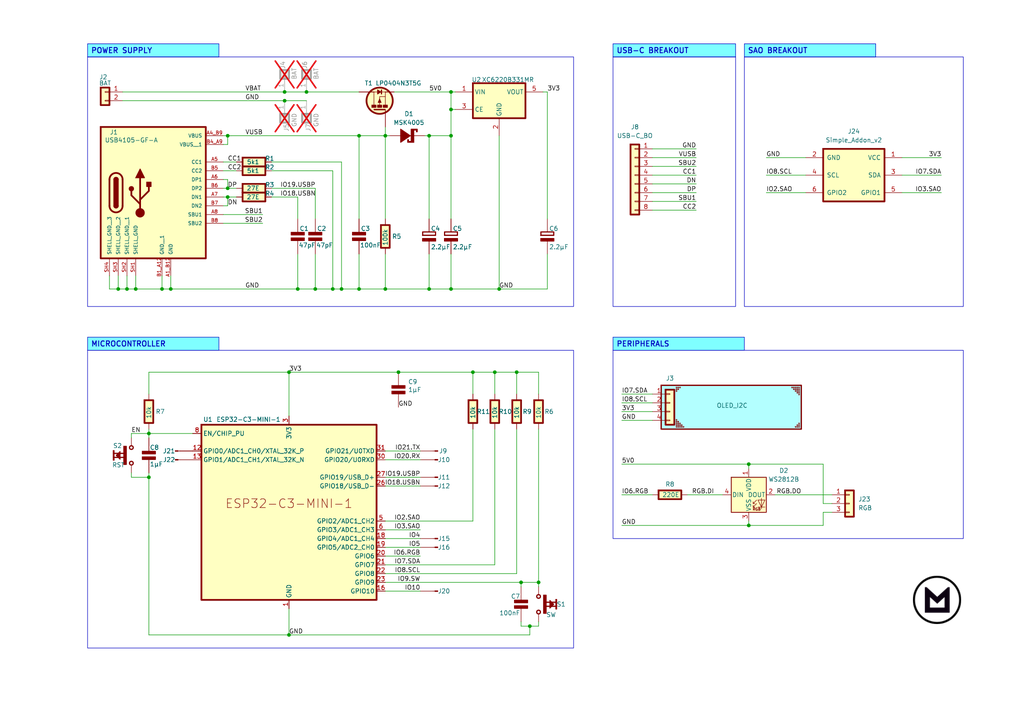
<source format=kicad_sch>
(kicad_sch (version 20250114) (generator "eeschema") (generator_version "9.0")
  (paper "A4")
  (title_block (title "mbadge25") (date "2025-05-17") (rev "v2") (company "MakerVille") (comment 2 "URL : badge.makerville.io") (comment 3 "minimalistic badge for MakerVille 2025"))
  (lib_symbols
    (symbol "Library_SYM_mbadge25:C" (pin_numbers (hide yes)) (pin_names (offset 0) (hide yes))
      (property "Reference" "C" (at 0.635 3.175 0))
      (property "Value" "C" (at 0.635 -3.175 0))
      (symbol "C_1_1"
        (pin passive line (at 0 5.08 270) (length 3.8862) (name "+") (number "1"))
        (pin passive line (at 0 -5.08 90) (length 3.8862) (name "-") (number "2"))
      )
      (symbol "C_1_2"
        (pin passive line (at 0 5.08 270) (length 3.5814) (name "+") (number "1"))
        (pin passive line (at 0 -5.08 90) (length 3.5814) (name "-") (number "2"))
      )
    )
    (symbol "Library_SYM_mbadge25:C-polar" (pin_numbers (hide yes)) (pin_names (offset 0) (hide yes))
      (property "Reference" "C" (at 0.635 3.175 0))
      (property "Value" "C-polar" (at 0.635 -3.175 0))
      (property "Rating" "V" (at -0.635 -3.175 0))
      (symbol "C-polar_1_1"
        (pin passive line (at 0 5.08 270) (length 3.7338) (name "+") (number "1"))
        (pin passive line (at 0 -5.08 90) (length 3.7338) (name "-") (number "2"))
      )
      (symbol "C-polar_1_2"
        (pin passive line (at 0 5.08 270) (length 3.5814) (name "+") (number "1"))
        (pin passive line (at 0 -5.08 90) (length 3.8862) (name "-") (number "2"))
      )
    )
    (symbol "Library_SYM_mbadge25:Conn_01x01" (pin_names (offset 1.016) (hide yes))
      (property "Reference" "J" (at 0 2.54 0))
      (property "Value" "Conn_01x01" (at 0 -2.54 0))
      (symbol "Conn_01x01_1_1"
        (pin passive line (at -5.08 0 0) (length 3.81) (name "Pin_1") (number "1"))
      )
    )
    (symbol "Library_SYM_mbadge25:Conn_01x01_Pin" (pin_numbers (hide yes)) (pin_names (offset 1.016) (hide yes))
      (property "Reference" "J13" (at -1.778 0 0))
      (symbol "Conn_01x01_Pin_1_1"
        (pin passive line (at 5.08 0 180) (length 3.81) (name "Pin_1") (number "1"))
      )
    )
    (symbol "Library_SYM_mbadge25:Conn_01x02" (pin_names (offset 1.016) (hide yes))
      (property "Reference" "J" (at 0 2.54 0))
      (property "Value" "Conn_01x02" (at 0 -5.08 0))
      (symbol "Conn_01x02_1_1"
        (pin passive line (at -5.08 0 0) (length 3.81) (name "Pin_1") (number "1"))
        (pin passive line (at -5.08 -2.54 0) (length 3.81) (name "Pin_2") (number "2"))
      )
    )
    (symbol "Library_SYM_mbadge25:Conn_01x03" (pin_names (offset 1.016) (hide yes))
      (property "Reference" "J" (at 0 5.08 0))
      (property "Value" "Conn_01x03" (at 0 -5.08 0))
      (symbol "Conn_01x03_1_1"
        (pin passive line (at -5.08 2.54 0) (length 3.81) (name "Pin_1") (number "1"))
        (pin passive line (at -5.08 0 0) (length 3.81) (name "Pin_2") (number "2"))
        (pin passive line (at -5.08 -2.54 0) (length 3.81) (name "Pin_3") (number "3"))
      )
    )
    (symbol "Library_SYM_mbadge25:Conn_01x08" (pin_names (offset 1.016) (hide yes))
      (property "Reference" "J" (at 0 10.16 0))
      (property "Value" "Conn_01x08" (at 0 -12.7 0))
      (symbol "Conn_01x08_1_1"
        (pin passive line (at -5.08 7.62 0) (length 3.81) (name "Pin_1") (number "1"))
        (pin passive line (at -5.08 5.08 0) (length 3.81) (name "Pin_2") (number "2"))
        (pin passive line (at -5.08 2.54 0) (length 3.81) (name "Pin_3") (number "3"))
        (pin passive line (at -5.08 0 0) (length 3.81) (name "Pin_4") (number "4"))
        (pin passive line (at -5.08 -2.54 0) (length 3.81) (name "Pin_5") (number "5"))
        (pin passive line (at -5.08 -5.08 0) (length 3.81) (name "Pin_6") (number "6"))
        (pin passive line (at -5.08 -7.62 0) (length 3.81) (name "Pin_7") (number "7"))
        (pin passive line (at -5.08 -10.16 0) (length 3.81) (name "Pin_8") (number "8"))
      )
    )
    (symbol "Library_SYM_mbadge25:Conn_I2C_OLED" (pin_names (offset 1.016) (hide yes))
      (property "Reference" "J3" (at 0 7.112 0))
      (property "Value" "OLED_I2C" (at 18.034 -0.762 0))
      (symbol "Conn_I2C_OLED_1_1"
        (pin passive line (at -5.08 2.54 0) (length 3.81) (name "Pin_1") (number "1"))
        (pin passive line (at -5.08 0 0) (length 3.81) (name "Pin_2") (number "2"))
        (pin passive line (at -5.08 -2.54 0) (length 3.81) (name "Pin_3") (number "3"))
        (pin passive line (at -5.08 -5.08 0) (length 3.81) (name "Pin_4") (number "4"))
      )
    )
    (symbol "Library_SYM_mbadge25:D-Schottky" (pin_numbers (hide yes)) (pin_names (offset 0) (hide yes))
      (property "Reference" "D" (at 0.635 3.175 0))
      (property "Value" "D" (at 0.635 -4.445 0))
      (symbol "D-Schottky_1_0"
        (pin passive line (at 0 5.08 270) (length 3.175) (name "A+") (number "2"))
        (pin passive line (at 0 -5.08 90) (length 3.175) (name "K-") (number "1"))
      )
    )
    (symbol "Library_SYM_mbadge25:ESP32-C3-MINI-1"
      (property "Reference" "U" (at -25.4 30.48 0))
      (property "Value" "ESP32-C3-MINI-1" (at -25.4 27.94 0))
      (symbol "ESP32-C3-MINI-1_0_0"
        (text "ESP32-C3-MINI-1" (at 0 2.54 0) (effects (font (size 2.54 2.54))))
      )
      (symbol "ESP32-C3-MINI-1_1_1"
        (pin input line (at -27.94 22.86 0) (length 2.54) (name "EN/CHIP_PU") (number "8"))
        (pin bidirectional line (at -27.94 17.78 0) (length 2.54) (name "GPIO0/ADC1_CH0/XTAL_32K_P") (number "12"))
        (pin bidirectional line (at -27.94 15.24 0) (length 2.54) (name "GPIO1/ADC1_CH1/XTAL_32K_N") (number "13"))
        (pin no_connect line (at -25.4 10.16 0) (length 2.54) (hide yes) (name "NC") (number "4"))
        (pin no_connect line (at -25.4 7.62 0) (length 2.54) (hide yes) (name "NC") (number "7"))
        (pin no_connect line (at -25.4 5.08 0) (length 2.54) (hide yes) (name "NC") (number "9"))
        (pin no_connect line (at -25.4 2.54 0) (length 2.54) (hide yes) (name "NC") (number "10"))
        (pin no_connect line (at -25.4 0 0) (length 2.54) (hide yes) (name "NC") (number "15"))
        (pin no_connect line (at -25.4 -2.54 0) (length 2.54) (hide yes) (name "NC") (number "17"))
        (pin no_connect line (at -25.4 -5.08 0) (length 2.54) (hide yes) (name "NC") (number "24"))
        (pin no_connect line (at -25.4 -7.62 0) (length 2.54) (hide yes) (name "NC") (number "25"))
        (pin no_connect line (at -25.4 -10.16 0) (length 2.54) (hide yes) (name "NC") (number "28"))
        (pin no_connect line (at -25.4 -12.7 0) (length 2.54) (hide yes) (name "NC") (number "29"))
        (pin no_connect line (at -25.4 -15.24 0) (length 2.54) (hide yes) (name "NC") (number "32"))
        (pin no_connect line (at -25.4 -17.78 0) (length 2.54) (hide yes) (name "NC") (number "33"))
        (pin no_connect line (at -25.4 -20.32 0) (length 2.54) (hide yes) (name "NC") (number "34"))
        (pin no_connect line (at -25.4 -22.86 0) (length 2.54) (hide yes) (name "NC") (number "35"))
        (pin power_in line (at 0 27.94 270) (length 2.54) (name "3V3") (number "3"))
        (pin power_in line (at 0 -27.94 90) (length 2.54) (name "GND") (number "1"))
        (pin passive line (at 0 -27.94 90) (length 2.54) (hide yes) (name "GND") (number "11"))
        (pin passive line (at 0 -27.94 90) (length 2.54) (hide yes) (name "GND") (number "14"))
        (pin passive line (at 0 -27.94 90) (length 2.54) (hide yes) (name "GND") (number "2"))
        (pin passive line (at 0 -27.94 90) (length 2.54) (hide yes) (name "GND") (number "36"))
        (pin passive line (at 0 -27.94 90) (length 2.54) (hide yes) (name "GND") (number "37"))
        (pin passive line (at 0 -27.94 90) (length 2.54) (hide yes) (name "GND") (number "38"))
        (pin passive line (at 0 -27.94 90) (length 2.54) (hide yes) (name "GND") (number "39"))
        (pin passive line (at 0 -27.94 90) (length 2.54) (hide yes) (name "GND") (number "40"))
        (pin passive line (at 0 -27.94 90) (length 2.54) (hide yes) (name "GND") (number "41"))
        (pin passive line (at 0 -27.94 90) (length 2.54) (hide yes) (name "GND") (number "42"))
        (pin passive line (at 0 -27.94 90) (length 2.54) (hide yes) (name "GND") (number "43"))
        (pin passive line (at 0 -27.94 90) (length 2.54) (hide yes) (name "GND") (number "44"))
        (pin passive line (at 0 -27.94 90) (length 2.54) (hide yes) (name "GND") (number "45"))
        (pin passive line (at 0 -27.94 90) (length 2.54) (hide yes) (name "GND") (number "46"))
        (pin passive line (at 0 -27.94 90) (length 2.54) (hide yes) (name "GND") (number "47"))
        (pin passive line (at 0 -27.94 90) (length 2.54) (hide yes) (name "GND") (number "48"))
        (pin passive line (at 0 -27.94 90) (length 2.54) (hide yes) (name "GND") (number "49"))
        (pin passive line (at 0 -27.94 90) (length 2.54) (hide yes) (name "GND") (number "50"))
        (pin passive line (at 0 -27.94 90) (length 2.54) (hide yes) (name "GND") (number "51"))
        (pin passive line (at 0 -27.94 90) (length 2.54) (hide yes) (name "GND") (number "52"))
        (pin passive line (at 0 -27.94 90) (length 2.54) (hide yes) (name "GND") (number "53"))
        (pin bidirectional line (at 27.94 17.78 180) (length 2.54) (name "GPIO21/U0TXD") (number "31"))
        (pin bidirectional line (at 27.94 15.24 180) (length 2.54) (name "GPIO20/U0RXD") (number "30"))
        (pin bidirectional line (at 27.94 10.16 180) (length 2.54) (name "GPIO19/USB_D+") (number "27"))
        (pin bidirectional line (at 27.94 7.62 180) (length 2.54) (name "GPIO18/USB_D-") (number "26"))
        (pin bidirectional line (at 27.94 -2.54 180) (length 2.54) (name "GPIO2/ADC1_CH2") (number "5"))
        (pin bidirectional line (at 27.94 -5.08 180) (length 2.54) (name "GPIO3/ADC1_CH3") (number "6"))
        (pin bidirectional line (at 27.94 -7.62 180) (length 2.54) (name "GPIO4/ADC1_CH4") (number "18"))
        (pin bidirectional line (at 27.94 -10.16 180) (length 2.54) (name "GPIO5/ADC2_CH0") (number "19"))
        (pin bidirectional line (at 27.94 -12.7 180) (length 2.54) (name "GPIO6") (number "20"))
        (pin bidirectional line (at 27.94 -15.24 180) (length 2.54) (name "GPIO7") (number "21"))
        (pin bidirectional line (at 27.94 -17.78 180) (length 2.54) (name "GPIO8") (number "22"))
        (pin bidirectional line (at 27.94 -20.32 180) (length 2.54) (name "GPIO9") (number "23"))
        (pin bidirectional line (at 27.94 -22.86 180) (length 2.54) (name "GPIO10") (number "16"))
      )
    )
    (symbol "Library_SYM_mbadge25:R" (pin_numbers (hide yes)) (pin_names (offset 0) (hide yes))
      (property "Reference" "R" (at 2.54 3.175 0))
      (property "Value" "R" (at 0 0 90))
      (symbol "R_1_1"
        (pin passive line (at 0 5.08 270) (length 1.651) (name "+") (number "1"))
        (pin passive line (at 0 -5.08 90) (length 1.651) (name "-") (number "2"))
      )
      (symbol "R_1_2"
        (pin passive line (at 0 5.08 270) (length 1.651) (name "+") (number "1"))
        (pin passive line (at 0 -5.08 90) (length 1.651) (name "-") (number "2"))
      )
      (symbol "R_1_3"
        (pin passive line (at 0 5.08 270) (length 1.6002) (name "+") (number "1"))
        (pin passive line (at 0 -5.08 90) (length 1.6002) (name "-") (number "2"))
      )
      (symbol "R_1_4"
        (pin passive line (at 0 5.08 270) (length 0.5334) (name "+") (number "1"))
        (pin passive line (at 0 -5.08 90) (length 0.5334) (name "-") (number "2"))
      )
    )
    (symbol "Library_SYM_mbadge25:S-make-push" (pin_numbers (hide yes)) (pin_names (offset 0) (hide yes))
      (property "Reference" "S" (at 1.27 3.175 0))
      (property "Value" "S-make-push" (at 1.27 -3.175 0))
      (symbol "S-make-push_1_1"
        (pin passive line (at 0 5.08 270) (length 2.2352) (name "1") (number "1"))
        (pin passive line (at 0 -5.08 90) (length 2.2352) (name "2") (number "2"))
      )
      (symbol "S-make-push_1_2"
        (pin passive line (at 0 5.08 270) (length 2.4638) (name "4") (number "4"))
        (pin passive line (at 0 -5.08 90) (length 2.4638) (name "3") (number "3"))
      )
      (symbol "S-make-push_1_3"
        (pin passive line (at 0 5.08 270) (length 2.2352) (name "4") (number "4"))
        (pin passive line (at 0 -5.08 90) (length 2.2352) (name "3") (number "3"))
      )
      (symbol "S-make-push_1_4"
        (pin passive line (at 0 5.08 270) (length 2.4638) (name "4") (number "4"))
        (pin passive line (at 0 -5.08 90) (length 2.4638) (name "3") (number "3"))
      )
    )
    (symbol "Library_SYM_mbadge25:Simple_Addon_v2" (pin_names (offset 1.016))
      (property "Reference" "J24" (at -12.7 0 90))
      (property "Value" "Simple_Addon_v2" (at -10.16 0 90))
      (symbol "Simple_Addon_v2_1_1"
        (pin input line (at -5.08 13.97 270) (length 5.08) (name "VCC") (number "1"))
        (pin input line (at -5.08 -13.97 90) (length 5.08) (name "GND") (number "2"))
        (pin input line (at 0 13.97 270) (length 5.08) (name "SDA") (number "3"))
        (pin input line (at 0 -13.97 90) (length 5.08) (name "SCL") (number "4"))
        (pin input line (at 5.08 13.97 270) (length 5.08) (name "GPIO1") (number "5"))
        (pin input line (at 5.08 -13.97 90) (length 5.08) (name "GPIO2") (number "6"))
      )
    )
    (symbol "Library_SYM_mbadge25:T-IGFET-P-D" (pin_numbers (hide yes)) (pin_names (offset 0) (hide yes))
      (property "Reference" "T" (at 6.35 3.81 0))
      (property "Value" "T-IGFET-P-D" (at 6.35 -3.81 0))
      (symbol "T-IGFET-P-D_1_0"
        (pin passive line (at -5.08 2.54 0) (length 4.9276) (name "G") (number "2"))
        (pin passive line (at 5.08 5.08 270) (length 2.54) (name "S") (number "3"))
        (pin passive line (at 5.08 -5.08 90) (length 4.318) (name "D") (number "1"))
      )
    )
    (symbol "Library_SYM_mbadge25:USB4105-GF-A" (pin_names (offset 1.016))
      (property "Reference" "J" (at -15.24 13.97 0))
      (property "Value" "USB4105-GF-A" (at 0 13.97 0))
      (symbol "USB4105-GF-A_0_0"
        (pin power_in line (at -12.7 -30.48 90) (length 5.08) (name "SHELL_GND__3") (number "SH4"))
        (pin power_in line (at -10.16 -30.48 90) (length 5.08) (name "SHELL_GND__2") (number "SH3"))
        (pin power_in line (at -7.62 -30.48 90) (length 5.08) (name "SHELL_GND__1") (number "SH2"))
        (pin power_in line (at -5.08 -30.48 90) (length 5.08) (name "SHELL_GND") (number "SH1"))
        (pin power_in line (at 2.54 -30.48 90) (length 5.08) (name "GND__1") (number "B1_A12"))
        (pin power_in line (at 5.08 -30.48 90) (length 5.08) (name "GND") (number "A1_B12"))
        (pin power_in line (at 20.32 10.16 180) (length 5.08) (name "VBUS") (number "A4_B9"))
        (pin power_in line (at 20.32 7.62 180) (length 5.08) (name "VBUS__1") (number "B4_A9"))
        (pin bidirectional line (at 20.32 2.54 180) (length 5.08) (name "CC1") (number "A5"))
        (pin bidirectional line (at 20.32 0 180) (length 5.08) (name "CC2") (number "B5"))
        (pin bidirectional line (at 20.32 -2.54 180) (length 5.08) (name "DP1") (number "A6"))
        (pin bidirectional line (at 20.32 -5.08 180) (length 5.08) (name "DP2") (number "B6"))
        (pin bidirectional line (at 20.32 -7.62 180) (length 5.08) (name "DN1") (number "A7"))
        (pin bidirectional line (at 20.32 -10.16 180) (length 5.08) (name "DN2") (number "B7"))
        (pin bidirectional line (at 20.32 -12.7 180) (length 5.08) (name "SBU1") (number "A8"))
        (pin bidirectional line (at 20.32 -15.24 180) (length 5.08) (name "SBU2") (number "B8"))
      )
    )
    (symbol "Library_SYM_mbadge25:WS2812B" (pin_names (offset 0.254))
      (property "Reference" "D" (at 5.08 5.715 0))
      (property "Value" "WS2812B" (at 1.27 -5.715 0))
      (symbol "WS2812B_0_0"
        (text "RGB" (at 2.286 -4.191 0) (effects (font (size 0.762 0.762))))
      )
      (symbol "WS2812B_1_1"
        (pin input line (at -7.62 0 0) (length 2.54) (name "DIN") (number "4"))
        (pin power_in line (at 0 7.62 270) (length 2.54) (name "VDD") (number "1"))
        (pin power_in line (at 0 -7.62 90) (length 2.54) (name "VSS") (number "3"))
        (pin output line (at 7.62 0 180) (length 2.54) (name "DOUT") (number "2"))
      )
    )
    (symbol "Library_SYM_mbadge25:XC6220B331MR"
      (property "Reference" "U" (at 0 8.89 0))
      (property "Value" "XC6220B331MR" (at 0 6.35 0))
      (symbol "XC6220B331MR_1_1"
        (pin power_in line (at -12.7 2.54 0) (length 5.08) (name "VIN") (number "1"))
        (pin input line (at -12.7 -2.54 0) (length 5.08) (name "CE") (number "3"))
        (pin power_in line (at 0 -10.16 90) (length 5.08) (name "GND") (number "2"))
        (pin no_connect line (at 7.62 -2.54 180) (length 5.08) (hide yes) (name "NC") (number "4"))
        (pin power_out line (at 12.7 2.54 180) (length 5.08) (name "VOUT") (number "5"))
      )
    )
  )
  (rectangle (start 177.8 101.6) (end 279.4 156.21))
  (rectangle (start 215.9 16.51) (end 279.4 88.9))
  (rectangle (start 25.4 101.6) (end 166.37 187.96))
  (rectangle (start 25.4 16.51) (end 166.37 88.9))
  (rectangle (start 177.8 16.51) (end 213.36 88.9))
  (text_box "MICROCONTROLLER" (at 25.4 97.79 0) (size 38.1 3.81) (margins 0.9525 0.9525 0.9525 0.9525) (fill (type color) (color 0 255 255 0.5)) (effects (font (size 1.524 1.524) (thickness 0.254) (bold yes)) (justify left)))
  (text_box "POWER SUPPLY" (at 25.4 12.7 0) (size 38.1 3.81) (margins 0.9525 0.9525 0.9525 0.9525) (fill (type color) (color 0 255 255 0.5)) (effects (font (size 1.524 1.524) (thickness 0.254) (bold yes)) (justify left)))
  (text_box "USB-C BREAKOUT" (at 177.8 12.7 0) (size 35.56 3.81) (margins 0.9525 0.9525 0.9525 0.9525) (fill (type color) (color 0 255 255 0.5)) (effects (font (size 1.524 1.524) (thickness 0.254) (bold yes)) (justify left)))
  (text_box "SAO BREAKOUT" (at 215.9 12.7 0) (size 38.1 3.81) (margins 0.9525 0.9525 0.9525 0.9525) (fill (type color) (color 0 255 255 0.5)) (effects (font (size 1.524 1.524) (thickness 0.254) (bold yes)) (justify left)))
  (text_box "PERIPHERALS" (at 177.8 97.79 0) (size 38.1 3.81) (margins 0.9525 0.9525 0.9525 0.9525) (fill (type color) (color 0 255 255 0.5)) (effects (font (size 1.524 1.524) (thickness 0.254) (bold yes)) (justify left)))
  (junction (at 86.36 83.82))
  (junction (at 34.29 83.82))
  (junction (at 82.55 29.21))
  (junction (at 149.86 107.95))
  (junction (at 144.78 83.82))
  (junction (at 66.04 57.15))
  (junction (at 130.81 39.37))
  (junction (at 46.99 83.82))
  (junction (at 130.81 26.67))
  (junction (at 104.14 39.37))
  (junction (at 96.52 83.82))
  (junction (at 99.06 83.82))
  (junction (at 82.55 26.67))
  (junction (at 88.9 26.67))
  (junction (at 49.53 83.82))
  (junction (at 115.57 107.95))
  (junction (at 124.46 83.82))
  (junction (at 43.18 125.73))
  (junction (at 39.37 83.82))
  (junction (at 104.14 83.82))
  (junction (at 124.46 39.37))
  (junction (at 83.82 107.95))
  (junction (at 153.67 181.61))
  (junction (at 151.13 168.91))
  (junction (at 111.76 39.37))
  (junction (at 66.04 54.61))
  (junction (at 111.76 83.82))
  (junction (at 130.81 83.82))
  (junction (at 156.21 168.91))
  (junction (at 43.18 138.43))
  (junction (at 130.81 31.75))
  (junction (at 36.83 83.82))
  (junction (at 143.51 107.95))
  (junction (at 217.17 134.62))
  (junction (at 66.04 39.37))
  (junction (at 217.17 152.4))
  (junction (at 91.44 83.82))
  (junction (at 137.16 107.95))
  (junction (at 83.82 184.15))
  (wire (pts (xy 180.34 116.84) (xy 189.23 116.84)))
  (wire (pts (xy 153.67 184.15) (xy 153.67 181.61)))
  (wire (pts (xy 124.46 73.66) (xy 124.46 83.82)))
  (wire (pts (xy 222.25 55.88) (xy 233.68 55.88)))
  (wire (pts (xy 180.34 152.4) (xy 217.17 152.4)))
  (wire (pts (xy 104.14 83.82) (xy 111.76 83.82)))
  (wire (pts (xy 124.46 39.37) (xy 124.46 63.5)))
  (wire (pts (xy 64.77 54.61) (xy 66.04 54.61)))
  (wire (pts (xy 158.75 73.66) (xy 158.75 83.82)))
  (wire (pts (xy 34.29 80.01) (xy 34.29 83.82)))
  (wire (pts (xy 156.21 168.91) (xy 151.13 168.91)))
  (wire (pts (xy 82.55 29.21) (xy 88.9 29.21)))
  (wire (pts (xy 180.34 114.3) (xy 189.23 114.3)))
  (wire (pts (xy 64.77 64.77) (xy 76.2 64.77)))
  (wire (pts (xy 124.46 83.82) (xy 130.81 83.82)))
  (wire (pts (xy 144.78 39.37) (xy 144.78 83.82)))
  (wire (pts (xy 261.62 50.8) (xy 273.05 50.8)))
  (wire (pts (xy 43.18 124.46) (xy 43.18 125.73)))
  (wire (pts (xy 199.39 143.51) (xy 209.55 143.51)))
  (wire (pts (xy 111.76 130.81) (xy 121.92 130.81)))
  (wire (pts (xy 114.3 26.67) (xy 130.81 26.67)))
  (wire (pts (xy 88.9 26.67) (xy 104.14 26.67)))
  (wire (pts (xy 46.99 83.82) (xy 49.53 83.82)))
  (wire (pts (xy 43.18 138.43) (xy 43.18 184.15)))
  (wire (pts (xy 217.17 152.4) (xy 238.76 152.4)))
  (wire (pts (xy 144.78 83.82) (xy 158.75 83.82)))
  (wire (pts (xy 35.56 26.67) (xy 82.55 26.67)))
  (wire (pts (xy 64.77 62.23) (xy 76.2 62.23)))
  (wire (pts (xy 111.76 140.97) (xy 121.92 140.97)))
  (wire (pts (xy 38.1 125.73) (xy 43.18 125.73)))
  (wire (pts (xy 36.83 80.01) (xy 36.83 83.82)))
  (wire (pts (xy 189.23 43.18) (xy 201.93 43.18)))
  (wire (pts (xy 156.21 170.18) (xy 156.21 168.91)))
  (wire (pts (xy 156.21 181.61) (xy 153.67 181.61)))
  (wire (pts (xy 241.3 146.05) (xy 238.76 146.05)))
  (wire (pts (xy 180.34 121.92) (xy 189.23 121.92)))
  (wire (pts (xy 43.18 125.73) (xy 55.88 125.73)))
  (wire (pts (xy 111.76 138.43) (xy 121.92 138.43)))
  (wire (pts (xy 143.51 107.95) (xy 149.86 107.95)))
  (wire (pts (xy 111.76 171.45) (xy 121.92 171.45)))
  (wire (pts (xy 189.23 53.34) (xy 201.93 53.34)))
  (wire (pts (xy 189.23 50.8) (xy 201.93 50.8)))
  (wire (pts (xy 46.99 80.01) (xy 46.99 83.82)))
  (wire (pts (xy 39.37 83.82) (xy 46.99 83.82)))
  (wire (pts (xy 35.56 29.21) (xy 82.55 29.21)))
  (wire (pts (xy 99.06 83.82) (xy 104.14 83.82)))
  (wire (pts (xy 111.76 151.13) (xy 137.16 151.13)))
  (wire (pts (xy 38.1 137.16) (xy 38.1 138.43)))
  (wire (pts (xy 83.82 176.53) (xy 83.82 184.15)))
  (wire (pts (xy 86.36 73.66) (xy 86.36 83.82)))
  (wire (pts (xy 149.86 107.95) (xy 149.86 114.3)))
  (wire (pts (xy 78.74 54.61) (xy 91.44 54.61)))
  (wire (pts (xy 111.76 133.35) (xy 121.92 133.35)))
  (wire (pts (xy 158.75 26.67) (xy 157.48 26.67)))
  (wire (pts (xy 64.77 52.07) (xy 66.04 52.07)))
  (wire (pts (xy 238.76 146.05) (xy 238.76 134.62)))
  (wire (pts (xy 38.1 138.43) (xy 43.18 138.43)))
  (wire (pts (xy 123.19 39.37) (xy 124.46 39.37)))
  (wire (pts (xy 137.16 107.95) (xy 143.51 107.95)))
  (wire (pts (xy 238.76 134.62) (xy 217.17 134.62)))
  (wire (pts (xy 111.76 161.29) (xy 121.92 161.29)))
  (wire (pts (xy 91.44 83.82) (xy 91.44 73.66)))
  (wire (pts (xy 43.18 184.15) (xy 83.82 184.15)))
  (wire (pts (xy 189.23 55.88) (xy 201.93 55.88)))
  (wire (pts (xy 34.29 83.82) (xy 36.83 83.82)))
  (wire (pts (xy 217.17 135.89) (xy 217.17 134.62)))
  (wire (pts (xy 130.81 31.75) (xy 130.81 26.67)))
  (wire (pts (xy 111.76 73.66) (xy 111.76 83.82)))
  (wire (pts (xy 104.14 63.5) (xy 104.14 39.37)))
  (wire (pts (xy 86.36 57.15) (xy 86.36 63.5)))
  (wire (pts (xy 158.75 26.67) (xy 158.75 63.5)))
  (wire (pts (xy 130.81 31.75) (xy 130.81 39.37)))
  (wire (pts (xy 111.76 156.21) (xy 121.92 156.21)))
  (wire (pts (xy 83.82 184.15) (xy 153.67 184.15)))
  (wire (pts (xy 64.77 46.99) (xy 68.58 46.99)))
  (wire (pts (xy 130.81 26.67) (xy 132.08 26.67)))
  (wire (pts (xy 36.83 83.82) (xy 39.37 83.82)))
  (wire (pts (xy 115.57 107.95) (xy 137.16 107.95)))
  (wire (pts (xy 43.18 107.95) (xy 83.82 107.95)))
  (wire (pts (xy 82.55 26.67) (xy 88.9 26.67)))
  (wire (pts (xy 49.53 83.82) (xy 86.36 83.82)))
  (wire (pts (xy 124.46 39.37) (xy 130.81 39.37)))
  (wire (pts (xy 238.76 148.59) (xy 241.3 148.59)))
  (wire (pts (xy 78.74 57.15) (xy 86.36 57.15)))
  (wire (pts (xy 66.04 39.37) (xy 104.14 39.37)))
  (wire (pts (xy 91.44 83.82) (xy 96.52 83.82)))
  (wire (pts (xy 156.21 107.95) (xy 156.21 114.3)))
  (wire (pts (xy 66.04 57.15) (xy 68.58 57.15)))
  (wire (pts (xy 78.74 46.99) (xy 99.06 46.99)))
  (wire (pts (xy 111.76 39.37) (xy 111.76 63.5)))
  (wire (pts (xy 96.52 83.82) (xy 99.06 83.82)))
  (wire (pts (xy 180.34 143.51) (xy 189.23 143.51)))
  (wire (pts (xy 189.23 60.96) (xy 201.93 60.96)))
  (wire (pts (xy 137.16 107.95) (xy 137.16 114.3)))
  (wire (pts (xy 224.79 143.51) (xy 241.3 143.51)))
  (wire (pts (xy 49.53 80.01) (xy 49.53 83.82)))
  (wire (pts (xy 64.77 57.15) (xy 66.04 57.15)))
  (wire (pts (xy 189.23 58.42) (xy 201.93 58.42)))
  (wire (pts (xy 31.75 83.82) (xy 34.29 83.82)))
  (wire (pts (xy 180.34 119.38) (xy 189.23 119.38)))
  (wire (pts (xy 217.17 151.13) (xy 217.17 152.4)))
  (wire (pts (xy 130.81 83.82) (xy 144.78 83.82)))
  (wire (pts (xy 151.13 181.61) (xy 151.13 180.34)))
  (wire (pts (xy 83.82 107.95) (xy 83.82 120.65)))
  (wire (pts (xy 86.36 83.82) (xy 91.44 83.82)))
  (wire (pts (xy 43.18 114.3) (xy 43.18 107.95)))
  (wire (pts (xy 153.67 181.61) (xy 151.13 181.61)))
  (wire (pts (xy 38.1 127) (xy 38.1 125.73)))
  (wire (pts (xy 111.76 166.37) (xy 149.86 166.37)))
  (wire (pts (xy 111.76 158.75) (xy 121.92 158.75)))
  (wire (pts (xy 111.76 153.67) (xy 121.92 153.67)))
  (wire (pts (xy 238.76 152.4) (xy 238.76 148.59)))
  (wire (pts (xy 66.04 41.91) (xy 64.77 41.91)))
  (wire (pts (xy 111.76 39.37) (xy 113.03 39.37)))
  (wire (pts (xy 222.25 45.72) (xy 233.68 45.72)))
  (wire (pts (xy 130.81 39.37) (xy 130.81 63.5)))
  (wire (pts (xy 39.37 80.01) (xy 39.37 83.82)))
  (wire (pts (xy 130.81 73.66) (xy 130.81 83.82)))
  (wire (pts (xy 64.77 39.37) (xy 66.04 39.37)))
  (wire (pts (xy 137.16 151.13) (xy 137.16 124.46)))
  (wire (pts (xy 64.77 59.69) (xy 66.04 59.69)))
  (wire (pts (xy 104.14 39.37) (xy 111.76 39.37)))
  (wire (pts (xy 151.13 168.91) (xy 151.13 170.18)))
  (wire (pts (xy 189.23 45.72) (xy 201.93 45.72)))
  (wire (pts (xy 261.62 55.88) (xy 273.05 55.88)))
  (wire (pts (xy 31.75 80.01) (xy 31.75 83.82)))
  (wire (pts (xy 64.77 49.53) (xy 68.58 49.53)))
  (wire (pts (xy 83.82 107.95) (xy 115.57 107.95)))
  (wire (pts (xy 66.04 59.69) (xy 66.04 57.15)))
  (wire (pts (xy 149.86 124.46) (xy 149.86 166.37)))
  (wire (pts (xy 189.23 48.26) (xy 201.93 48.26)))
  (wire (pts (xy 156.21 180.34) (xy 156.21 181.61)))
  (wire (pts (xy 91.44 54.61) (xy 91.44 63.5)))
  (wire (pts (xy 124.46 83.82) (xy 111.76 83.82)))
  (wire (pts (xy 96.52 49.53) (xy 96.52 83.82)))
  (wire (pts (xy 149.86 107.95) (xy 156.21 107.95)))
  (wire (pts (xy 261.62 45.72) (xy 273.05 45.72)))
  (wire (pts (xy 130.81 31.75) (xy 132.08 31.75)))
  (wire (pts (xy 143.51 107.95) (xy 143.51 114.3)))
  (wire (pts (xy 111.76 163.83) (xy 143.51 163.83)))
  (wire (pts (xy 222.25 50.8) (xy 233.68 50.8)))
  (wire (pts (xy 143.51 124.46) (xy 143.51 163.83)))
  (wire (pts (xy 180.34 134.62) (xy 217.17 134.62)))
  (wire (pts (xy 111.76 168.91) (xy 151.13 168.91)))
  (wire (pts (xy 66.04 54.61) (xy 68.58 54.61)))
  (wire (pts (xy 99.06 46.99) (xy 99.06 83.82)))
  (wire (pts (xy 156.21 124.46) (xy 156.21 168.91)))
  (wire (pts (xy 111.76 36.83) (xy 111.76 39.37)))
  (wire (pts (xy 43.18 138.43) (xy 43.18 137.16)))
  (wire (pts (xy 66.04 52.07) (xy 66.04 54.61)))
  (wire (pts (xy 66.04 39.37) (xy 66.04 41.91)))
  (wire (pts (xy 78.74 49.53) (xy 96.52 49.53)))
  (wire (pts (xy 104.14 73.66) (xy 104.14 83.82)))
  (wire (pts (xy 43.18 125.73) (xy 43.18 127)))
  (image (at 271.78 173.99) (scale 0.519128))
  (label "DP" (at 201.93 55.88 180))
  (label "5V0" (at 124.46 26.67 0))
  (label "IO7.SDA" (at 121.92 163.83 180))
  (label "IO9.SW" (at 121.92 168.91 180))
  (label "GND" (at 201.93 43.18 180) (property "Netclass" "GND" (effects (hide yes))))
  (label "IO18.USBN" (at 121.92 140.97 180) (property "Netclass" "USB-" (effects (hide yes))))
  (label "IO7.SDA" (at 273.05 50.8 180))
  (label "GND" (at 83.82 184.15 0) (property "Netclass" "GND" (effects (hide yes))))
  (label "CC2" (at 66.04 49.53 0))
  (label "GND" (at 115.57 118.11 0) (property "Netclass" "GND" (effects (hide yes))))
  (label "EN" (at 38.1 125.73 0))
  (label "IO10" (at 121.92 171.45 180))
  (label "IO18.USBN" (at 81.28 57.15 0) (property "Netclass" "USB-" (effects (hide yes))))
  (label "IO2.SAO" (at 222.25 55.88 0))
  (label "CC2" (at 201.93 60.96 180))
  (label "IO21.TX" (at 121.92 130.81 180))
  (label "IO8.SCL" (at 222.25 50.8 0))
  (label "3V3" (at 180.34 119.38 0) (property "Netclass" "3V3" (effects (hide yes))))
  (label "GND" (at 222.25 45.72 0) (property "Netclass" "GND" (effects (hide yes))))
  (label "DN" (at 201.93 53.34 180))
  (label "RGB.DI" (at 200.66 143.51 0))
  (label "GND" (at 144.78 83.82 0) (property "Netclass" "GND" (effects (hide yes))))
  (label "SBU1" (at 76.2 62.23 180))
  (label "3V3" (at 83.82 107.95 0) (property "Netclass" "3V3" (effects (hide yes))))
  (label "SBU2" (at 201.93 48.26 180))
  (label "IO2.SAO" (at 121.92 151.13 180))
  (label "GND" (at 180.34 121.92 0) (property "Netclass" "GND" (effects (hide yes))))
  (label "IO4" (at 121.92 156.21 180))
  (label "DN" (at 66.04 59.69 0))
  (label "SBU2" (at 76.2 64.77 180))
  (label "RGB.DO" (at 232.41 143.51 180))
  (label "IO19.USBP" (at 121.92 138.43 180) (property "Netclass" "USB+" (effects (hide yes))))
  (label "GND" (at 71.12 29.21 0) (property "Netclass" "GND" (effects (hide yes))))
  (label "IO19.USBP" (at 81.28 54.61 0) (property "Netclass" "USB+" (effects (hide yes))))
  (label "5V0" (at 180.34 134.62 0))
  (label "IO3.SAO" (at 121.92 153.67 180))
  (label "CC1" (at 201.93 50.8 180))
  (label "GND" (at 71.12 83.82 0) (property "Netclass" "GND" (effects (hide yes))))
  (label "GND" (at 180.34 152.4 0) (property "Netclass" "GND" (effects (hide yes))))
  (label "IO8.SCL" (at 121.92 166.37 180))
  (label "3V3" (at 158.75 26.67 0) (property "Netclass" "3V3" (effects (hide yes))))
  (label "IO3.SAO" (at 273.05 55.88 180))
  (label "3V3" (at 273.05 45.72 180) (property "Netclass" "3V3" (effects (hide yes))))
  (label "VBAT" (at 71.12 26.67 0) (property "Netclass" "VBUS" (effects (hide yes))))
  (label "SBU1" (at 201.93 58.42 180))
  (label "IO5" (at 121.92 158.75 180))
  (label "IO7.SDA" (at 180.34 114.3 0))
  (label "IO6.RGB" (at 180.34 143.51 0))
  (label "DP" (at 66.04 54.61 0))
  (label "IO6.RGB" (at 121.92 161.29 180))
  (label "VUSB" (at 71.12 39.37 0) (property "Netclass" "VBUS" (effects (hide yes))))
  (label "IO20.RX" (at 121.92 133.35 180))
  (label "VUSB" (at 201.93 45.72 180) (property "Netclass" "VBUS" (effects (hide yes))))
  (label "CC1" (at 66.04 46.99 0))
  (label "IO8.SCL" (at 180.34 116.84 0))
  (symbol (lib_id "Library_SYM_mbadge25:S-make-push") (at 38.1 132.08 0) (unit 1)
    (property "Reference" "S2" (at 32.766 129.286 0) (effects (justify left)))
    (property "Value" "RST" (at 32.512 134.874 0) (effects (justify left)))
    (property "Footprint" "Library_FP_mbadge25:SW_SPST" (effects (hide yes)))
    (property "Description" "switch, manually operated by push-button, automatic return, single pole, single throw, normally open (SPST-NO/A)" (effects (hide yes)))
    (property "Rating" "V/A" (effects (hide yes)))
    (property "Field5" "${VALUE}" (effects (hide yes)))
  )
  (symbol (lib_id "Library_SYM_mbadge25:XC6220B331MR") (at 144.78 29.21 0) (unit 1)
    (property "Reference" "U2" (at 138.176 23.114 0))
    (property "Value" "XC6220B331MR" (at 147.32 23.114 0))
    (property "Footprint" "Library_FP_mbadge25:SOT-23-5_HandSoldering" (effects (hide yes)))
    (property "Datasheet" "https://www.torexsemi.com/file/xc6220/XC6220.pdf" (effects (hide yes)))
    (property "Description" "1A, Low Drop-out Voltage Regulator, Fixed Output 3.3V, SOT-23-5" (effects (hide yes)))
  )
  (symbol (lib_id "Library_SYM_mbadge25:Conn_01x01_Pin") (at 50.8 133.35 0) (unit 1) (in_bom no)
    (property "Reference" "J22" (at 49.022 133.35 0))
    (property "Value" "Conn_IO01" (effects (hide yes)))
    (property "Footprint" "Library_FP_mbadge25:PinHeader_1x01_P1.27mm_Vertical" (effects (hide yes)))
    (property "Description" "Generic connector, single row, 01x01, script generated" (effects (hide yes)))
  )
  (symbol (lib_id "Library_SYM_mbadge25:C") (at 151.13 175.26 0) (mirror y) (unit 1)
    (property "Reference" "C7" (at 150.876 172.974 0) (effects (justify left)))
    (property "Value" "100nF" (at 150.876 177.8 0) (effects (justify left)))
    (property "Footprint" "Library_FP_mbadge25:C_1206_3216Metric_Pad1.33x1.80mm" (effects (hide yes)))
    (property "Description" "capacitor, non-polarized/bipolar" (effects (hide yes)))
    (property "Indicator" "+" (effects (hide yes)))
    (property "Rating" "V" (effects (hide yes)))
  )
  (symbol (lib_id "Library_SYM_mbadge25:C-polar") (at 124.46 68.58 0) (unit 1)
    (property "Reference" "C4" (at 124.968 66.294 0) (effects (justify left)))
    (property "Value" "2.2µF" (at 124.968 71.628 0) (effects (justify left)))
    (property "Footprint" "Library_FP_mbadge25:C_1206_3216Metric_Pad1.33x1.80mm" (effects (hide yes)))
    (property "Description" "capacitor, polar(ized)" (effects (hide yes)))
    (property "Indicator" "+" (effects (hide yes)))
    (property "Rating" "V" (effects (hide yes)))
  )
  (symbol (lib_id "Library_SYM_mbadge25:C") (at 91.44 68.58 0) (unit 1)
    (property "Reference" "C2" (at 91.948 66.294 0) (effects (justify left)))
    (property "Value" "47pF" (at 91.694 71.12 0) (effects (justify left)))
    (property "Footprint" "Library_FP_mbadge25:C_1206_3216Metric_Pad1.33x1.80mm" (effects (hide yes)))
    (property "Description" "capacitor, non-polarized/bipolar" (effects (hide yes)))
    (property "Indicator" "+" (effects (hide yes)))
    (property "Rating" "V" (effects (hide yes)))
  )
  (symbol (lib_id "Library_SYM_mbadge25:Conn_01x01") (at 82.55 21.59 90) (unit 1) (in_bom no) (on_board no) (dnp yes)
    (property "Reference" "J4" (at 82.042 20.066 0) (effects (justify left)))
    (property "Value" "BAT" (at 85.344 23.114 0) (effects (justify left)))
    (property "Footprint" "Library_FP_mbadge25:Pad_6.0mm_Drill3.0mm" (effects (hide yes)))
    (property "Description" "Generic connector, single row, 01x01, script generated (kicad-library-utils/schlib/autogen/connector/)" (effects (hide yes)))
  )
  (symbol (lib_id "Library_SYM_mbadge25:R") (at 111.76 68.58 180) (unit 1)
    (property "Reference" "R5" (at 115.062 68.58 0))
    (property "Value" "100k" (at 111.76 68.834 90))
    (property "Footprint" "Library_FP_mbadge25:R_1206_3216Metric_Pad1.30x1.75mm" (effects (hide yes)))
    (property "Description" "resistor" (effects (hide yes)))
    (property "Indicator" "+" (effects (hide yes)))
    (property "Rating" "W" (effects (hide yes)))
  )
  (symbol (lib_id "Library_SYM_mbadge25:S-make-push") (at 156.21 175.26 0) (mirror y) (unit 1)
    (property "Reference" "S1" (at 164.084 175.26 0) (effects (justify left)))
    (property "Value" "SW" (at 161.29 178.308 0) (effects (justify left)))
    (property "Footprint" "Library_FP_mbadge25:SW_SPST" (effects (hide yes)))
    (property "Description" "switch, manually operated by push-button, automatic return, single pole, single throw, normally open (SPST-NO/A)" (effects (hide yes)))
    (property "Rating" "V/A" (effects (hide yes)))
    (property "Field5" "${VALUE}" (effects (hide yes)))
  )
  (symbol (lib_id "Library_SYM_mbadge25:Conn_01x01") (at 88.9 34.29 270) (unit 1) (in_bom no) (on_board no) (dnp yes)
    (property "Reference" "J7" (at 89.408 35.814 0) (effects (justify left)))
    (property "Value" "GND" (at 91.694 32.766 0) (effects (justify left)))
    (property "Footprint" "Library_FP_mbadge25:Pad_1.2mm_Drill0.7mm" (effects (hide yes)))
    (property "Description" "Generic connector, single row, 01x01, script generated (kicad-library-utils/schlib/autogen/connector/)" (effects (hide yes)))
  )
  (symbol (lib_id "Library_SYM_mbadge25:C-polar") (at 130.81 68.58 0) (unit 1)
    (property "Reference" "C5" (at 131.318 66.294 0) (effects (justify left)))
    (property "Value" "2.2µF" (at 131.318 71.628 0) (effects (justify left)))
    (property "Footprint" "Library_FP_mbadge25:C_1206_3216Metric_Pad1.33x1.80mm" (effects (hide yes)))
    (property "Description" "capacitor, polar(ized)" (effects (hide yes)))
    (property "Indicator" "+" (effects (hide yes)))
    (property "Rating" "V" (effects (hide yes)))
  )
  (symbol (lib_id "Library_SYM_mbadge25:Conn_01x01_Pin") (at 127 138.43 180) (unit 1) (in_bom no)
    (property "Reference" "J11" (at 128.778 138.43 0))
    (property "Value" "Conn_IO19.USBP" (effects (hide yes)))
    (property "Footprint" "Library_FP_mbadge25:PinHeader_1x01_P1.27mm_Vertical" (effects (hide yes)))
    (property "Description" "Generic connector, single row, 01x01, script generated" (effects (hide yes)))
  )
  (symbol (lib_id "Library_SYM_mbadge25:C") (at 104.14 68.58 0) (unit 1)
    (property "Reference" "C3" (at 104.648 66.294 0) (effects (justify left)))
    (property "Value" "100nF" (at 104.394 71.12 0) (effects (justify left)))
    (property "Footprint" "Library_FP_mbadge25:C_1206_3216Metric_Pad1.33x1.80mm" (effects (hide yes)))
    (property "Description" "capacitor, non-polarized/bipolar" (effects (hide yes)))
    (property "Indicator" "+" (effects (hide yes)))
    (property "Rating" "V" (effects (hide yes)))
  )
  (symbol (lib_id "Library_SYM_mbadge25:Conn_01x01") (at 82.55 34.29 270) (unit 1) (in_bom no) (on_board no) (dnp yes)
    (property "Reference" "J5" (at 83.058 35.814 0) (effects (justify left)))
    (property "Value" "GND" (at 85.344 32.766 0) (effects (justify left)))
    (property "Footprint" "Library_FP_mbadge25:Pad_6.0mm_Drill3.0mm" (effects (hide yes)))
    (property "Description" "Generic connector, single row, 01x01, script generated (kicad-library-utils/schlib/autogen/connector/)" (effects (hide yes)))
  )
  (symbol (lib_id "Library_SYM_mbadge25:Conn_01x01_Pin") (at 127 171.45 180) (unit 1) (in_bom no)
    (property "Reference" "J20" (at 128.778 171.45 0))
    (property "Value" "Conn_IO10" (effects (hide yes)))
    (property "Footprint" "Library_FP_mbadge25:PinHeader_1x01_P1.27mm_Vertical" (effects (hide yes)))
    (property "Description" "Generic connector, single row, 01x01, script generated" (effects (hide yes)))
  )
  (symbol (lib_id "Library_SYM_mbadge25:D-Schottky") (at 118.11 39.37 90) (unit 1)
    (property "Reference" "D1" (at 118.618 33.02 90))
    (property "Value" "MSK4005" (at 118.618 35.56 90))
    (property "Footprint" "Library_FP_mbadge25:D_SOD-523" (effects (hide yes)))
    (property "Description" "Schottky diode" (effects (hide yes)))
    (property "Rating" "V/A" (effects (hide yes)))
  )
  (symbol (lib_id "Library_SYM_mbadge25:R") (at 137.16 119.38 0) (mirror x) (unit 1)
    (property "Reference" "R11" (at 140.208 119.38 0))
    (property "Value" "10k" (at 137.16 119.634 90))
    (property "Footprint" "Library_FP_mbadge25:R_1206_3216Metric_Pad1.30x1.75mm" (effects (hide yes)))
    (property "Description" "resistor" (effects (hide yes)))
    (property "Indicator" "+" (effects (hide yes)))
    (property "Rating" "W" (effects (hide yes)))
  )
  (symbol (lib_id "Library_SYM_mbadge25:Conn_I2C_OLED") (at 194.31 116.84 0) (unit 1)
    (property "Reference" "J3" (at 194.31 109.728 0))
    (property "Value" "OLED_I2C" (at 212.344 117.602 0))
    (property "Footprint" "Library_FP_mbadge25:OLED_128x32" (effects (hide yes)))
    (property "Description" "Generic connector, single row, 01x04, script generated (kicad-library-utils/schlib/autogen/connector/)" (effects (hide yes)))
  )
  (symbol (lib_id "Library_SYM_mbadge25:C") (at 43.18 132.08 0) (unit 1)
    (property "Reference" "C8" (at 43.434 129.794 0) (effects (justify left)))
    (property "Value" "1µF" (at 43.434 134.62 0) (effects (justify left)))
    (property "Footprint" "Library_FP_mbadge25:C_1206_3216Metric_Pad1.33x1.80mm" (effects (hide yes)))
    (property "Description" "capacitor, non-polarized/bipolar" (effects (hide yes)))
    (property "Indicator" "+" (effects (hide yes)))
    (property "Rating" "V" (effects (hide yes)))
  )
  (symbol (lib_id "Library_SYM_mbadge25:T-IGFET-P-D") (at 109.22 31.75 270) (mirror x) (unit 1)
    (property "Reference" "T1" (at 106.934 24.13 90))
    (property "Value" "LP0404N3T5G" (at 115.57 24.13 90))
    (property "Footprint" "Library_FP_mbadge25:SOT-23-3" (effects (hide yes)))
    (property "Description" "insulated-gate field-effect transistor (IGFET): P-channel enhancement-type with inverse (body-drain) diode" (effects (hide yes)))
  )
  (symbol (lib_id "Library_SYM_mbadge25:C") (at 86.36 68.58 0) (unit 1)
    (property "Reference" "C1" (at 86.868 66.294 0) (effects (justify left)))
    (property "Value" "47pF" (at 86.614 71.12 0) (effects (justify left)))
    (property "Footprint" "Library_FP_mbadge25:C_1206_3216Metric_Pad1.33x1.80mm" (effects (hide yes)))
    (property "Description" "capacitor, non-polarized/bipolar" (effects (hide yes)))
    (property "Indicator" "+" (effects (hide yes)))
    (property "Rating" "V" (effects (hide yes)))
  )
  (symbol (lib_id "Library_SYM_mbadge25:Conn_01x01") (at 88.9 21.59 90) (unit 1) (in_bom no) (on_board no) (dnp yes)
    (property "Reference" "J6" (at 88.392 20.066 0) (effects (justify left)))
    (property "Value" "BAT" (at 91.694 23.114 0) (effects (justify left)))
    (property "Footprint" "Library_FP_mbadge25:Pad_1.2mm_Drill0.7mm" (effects (hide yes)))
    (property "Description" "Generic connector, single row, 01x01, script generated (kicad-library-utils/schlib/autogen/connector/)" (effects (hide yes)))
  )
  (symbol (lib_id "Library_SYM_mbadge25:Conn_01x01_Pin") (at 127 130.81 180) (unit 1) (in_bom no)
    (property "Reference" "J9" (at 128.524 130.81 0))
    (property "Value" "Conn_IO21.TX" (effects (hide yes)))
    (property "Footprint" "Library_FP_mbadge25:PinHeader_1x01_P1.27mm_Vertical" (effects (hide yes)))
    (property "Description" "Generic connector, single row, 01x01, script generated" (effects (hide yes)))
  )
  (symbol (lib_id "Library_SYM_mbadge25:Conn_01x01_Pin") (at 127 158.75 180) (unit 1) (in_bom no)
    (property "Reference" "J16" (at 128.778 158.75 0))
    (property "Value" "Conn_IO5" (effects (hide yes)))
    (property "Footprint" "Library_FP_mbadge25:PinHeader_1x01_P1.27mm_Vertical" (effects (hide yes)))
    (property "Description" "Generic connector, single row, 01x01, script generated" (effects (hide yes)))
  )
  (symbol (lib_id "Library_SYM_mbadge25:R") (at 73.66 49.53 90) (unit 1)
    (property "Reference" "R2" (at 78.232 48.514 90))
    (property "Value" "5k1" (at 73.406 49.53 90))
    (property "Footprint" "Library_FP_mbadge25:R_1206_3216Metric_Pad1.30x1.75mm" (effects (hide yes)))
    (property "Description" "resistor" (effects (hide yes)))
    (property "Indicator" "+" (effects (hide yes)))
    (property "Rating" "W" (effects (hide yes)))
  )
  (symbol (lib_id "Library_SYM_mbadge25:WS2812B") (at 217.17 143.51 0) (unit 1)
    (property "Reference" "D2" (at 227.33 136.4839 0))
    (property "Value" "WS2812B" (at 227.33 139.0239 0))
    (property "Footprint" "Library_FP_mbadge25:LED_WS2812B_PLCC4_5.0x5.0mm_P3.2mm" (effects (hide yes)))
    (property "Datasheet" "https://cdn-shop.adafruit.com/datasheets/WS2812B.pdf" (effects (hide yes)))
    (property "Description" "RGB LED with integrated controller" (effects (hide yes)))
  )
  (symbol (lib_id "Library_SYM_mbadge25:Conn_01x01_Pin") (at 127 140.97 180) (unit 1) (in_bom no)
    (property "Reference" "J12" (at 128.778 140.97 0))
    (property "Value" "Conn_IO18.USBN" (effects (hide yes)))
    (property "Footprint" "Library_FP_mbadge25:PinHeader_1x01_P1.27mm_Vertical" (effects (hide yes)))
    (property "Description" "Generic connector, single row, 01x01, script generated" (effects (hide yes)))
  )
  (symbol (lib_id "Library_SYM_mbadge25:Conn_01x01_Pin") (at 127 133.35 180) (unit 1) (in_bom no)
    (property "Reference" "J10" (at 128.778 133.35 0))
    (property "Value" "Conn_IO20.RX" (effects (hide yes)))
    (property "Footprint" "Library_FP_mbadge25:PinHeader_1x01_P1.27mm_Vertical" (effects (hide yes)))
    (property "Description" "Generic connector, single row, 01x01, script generated" (effects (hide yes)))
  )
  (symbol (lib_id "Library_SYM_mbadge25:R") (at 194.31 143.51 270) (mirror x) (unit 1)
    (property "Reference" "R8" (at 194.31 140.462 90))
    (property "Value" "220E" (at 194.564 143.51 90))
    (property "Footprint" "Library_FP_mbadge25:R_1206_3216Metric_Pad1.30x1.75mm" (effects (hide yes)))
    (property "Description" "resistor" (effects (hide yes)))
    (property "Indicator" "+" (effects (hide yes)))
    (property "Rating" "W" (effects (hide yes)))
  )
  (symbol (lib_id "Library_SYM_mbadge25:Conn_01x01_Pin") (at 127 156.21 180) (unit 1) (in_bom no)
    (property "Reference" "J15" (at 128.778 156.21 0))
    (property "Value" "Conn_IO4" (effects (hide yes)))
    (property "Footprint" "Library_FP_mbadge25:PinHeader_1x01_P1.27mm_Vertical" (effects (hide yes)))
    (property "Description" "Generic connector, single row, 01x01, script generated" (effects (hide yes)))
  )
  (symbol (lib_id "Library_SYM_mbadge25:C") (at 115.57 113.03 0) (unit 1)
    (property "Reference" "C9" (at 118.364 110.744 0) (effects (justify left)))
    (property "Value" "1µF" (at 118.364 113.03 0) (effects (justify left)))
    (property "Footprint" "Library_FP_mbadge25:C_1206_3216Metric_Pad1.33x1.80mm" (effects (hide yes)))
    (property "Description" "capacitor, non-polarized/bipolar" (effects (hide yes)))
    (property "Indicator" "+" (effects (hide yes)))
    (property "Rating" "V" (effects (hide yes)))
  )
  (symbol (lib_id "Library_SYM_mbadge25:ESP32-C3-MINI-1") (at 83.82 148.59 0) (unit 1)
    (property "Reference" "U1" (at 58.928 121.666 0) (effects (justify left)))
    (property "Value" "ESP32-C3-MINI-1" (at 62.738 121.666 0) (effects (justify left)))
    (property "Footprint" "Library_FP_mbadge25:ESP32-C3-MINI-1" (effects (hide yes)))
    (property "Datasheet" "https://www.espressif.com/sites/default/files/documentation/esp32-c3-mini-1_datasheet_en.pdf" (effects (hide yes)))
    (property "Description" "ESP32-C3-MINI-1 family is an ultra-low-power MCU-based SoC solution that supports 2.4 GHz Wi-Fi and Bluetooth®Low Energy (Bluetooth LE)." (effects (hide yes)))
  )
  (symbol (lib_id "Library_SYM_mbadge25:Conn_01x08") (at 184.15 50.8 0) (mirror y) (unit 1)
    (property "Reference" "J8" (at 184.15 36.83 0))
    (property "Value" "USB-C_BO" (at 184.15 39.37 0))
    (property "Footprint" "Library_FP_mbadge25:USB_C_BO" (effects (hide yes)))
    (property "Description" "Generic connector, single row, 01x08, script generated (kicad-library-utils/schlib/autogen/connector/)" (effects (hide yes)))
  )
  (symbol (lib_id "Library_SYM_mbadge25:R") (at 73.66 46.99 90) (unit 1)
    (property "Reference" "R1" (at 78.232 45.974 90))
    (property "Value" "5k1" (at 73.406 46.99 90))
    (property "Footprint" "Library_FP_mbadge25:R_1206_3216Metric_Pad1.30x1.75mm" (effects (hide yes)))
    (property "Description" "resistor" (effects (hide yes)))
    (property "Indicator" "+" (effects (hide yes)))
    (property "Rating" "W" (effects (hide yes)))
  )
  (symbol (lib_id "Library_SYM_mbadge25:C-polar") (at 158.75 68.58 0) (unit 1)
    (property "Reference" "C6" (at 159.258 66.294 0) (effects (justify left)))
    (property "Value" "2.2µF" (at 159.258 71.628 0) (effects (justify left)))
    (property "Footprint" "Library_FP_mbadge25:C_1206_3216Metric_Pad1.33x1.80mm" (effects (hide yes)))
    (property "Description" "capacitor, polar(ized)" (effects (hide yes)))
    (property "Indicator" "+" (effects (hide yes)))
    (property "Rating" "V" (effects (hide yes)))
  )
  (symbol (lib_id "Library_SYM_mbadge25:R") (at 156.21 119.38 0) (mirror x) (unit 1)
    (property "Reference" "R6" (at 159.258 119.38 0))
    (property "Value" "10k" (at 156.21 119.634 90))
    (property "Footprint" "Library_FP_mbadge25:R_1206_3216Metric_Pad1.30x1.75mm" (effects (hide yes)))
    (property "Description" "resistor" (effects (hide yes)))
    (property "Indicator" "+" (effects (hide yes)))
    (property "Rating" "W" (effects (hide yes)))
  )
  (symbol (lib_id "Library_SYM_mbadge25:R") (at 143.51 119.38 0) (mirror x) (unit 1)
    (property "Reference" "R10" (at 146.558 119.38 0))
    (property "Value" "10k" (at 143.51 119.634 90))
    (property "Footprint" "Library_FP_mbadge25:R_1206_3216Metric_Pad1.30x1.75mm" (effects (hide yes)))
    (property "Description" "resistor" (effects (hide yes)))
    (property "Indicator" "+" (effects (hide yes)))
    (property "Rating" "W" (effects (hide yes)))
  )
  (symbol (lib_id "Library_SYM_mbadge25:Simple_Addon_v2") (at 247.65 50.8 270) (unit 1)
    (property "Reference" "J24" (at 247.65 38.1 90))
    (property "Value" "Simple_Addon_v2" (at 247.65 40.64 90))
    (property "Footprint" "Library_FP_mbadge25:PinSocket_2x03_P2.54mm_Vertical" (effects (hide yes)))
  )
  (symbol (lib_id "Library_SYM_mbadge25:Conn_01x03") (at 246.38 146.05 0) (unit 1)
    (property "Reference" "J23" (at 248.92 144.78 0) (effects (justify left)))
    (property "Value" "RGB" (at 248.92 147.32 0) (effects (justify left)))
    (property "Footprint" "Library_FP_mbadge25:PinSocket_1x03_P1.27mm_Vertical" (effects (hide yes)))
    (property "Description" "Generic connector, single row, 01x03, script generated (kicad-library-utils/schlib/autogen/connector/)" (effects (hide yes)))
    (property "Field4" "${VALUE}_LED" (effects (hide yes)))
    (property "Field5" "DO|+5V|GND" (effects (hide yes)))
  )
  (symbol (lib_id "Library_SYM_mbadge25:Conn_01x02") (at 30.48 26.67 0) (mirror y) (unit 1)
    (property "Reference" "J2" (at 29.972 22.352 0))
    (property "Value" "BAT" (at 30.48 24.13 0))
    (property "Footprint" "Library_FP_mbadge25:PinHeader_1x02_P2.54mm_Vertical" (effects (hide yes)))
    (property "Description" "Generic connector, single row, 01x02, script generated (kicad-library-utils/schlib/autogen/connector/)" (effects (hide yes)))
    (property "Field4" "${VALUE}" (effects (hide yes)))
  )
  (symbol (lib_id "Library_SYM_mbadge25:R") (at 43.18 119.38 180) (unit 1)
    (property "Reference" "R7" (at 46.482 119.38 0))
    (property "Value" "10k" (at 43.18 119.634 90))
    (property "Footprint" "Library_FP_mbadge25:R_1206_3216Metric_Pad1.30x1.75mm" (effects (hide yes)))
    (property "Description" "resistor" (effects (hide yes)))
    (property "Indicator" "+" (effects (hide yes)))
    (property "Rating" "W" (effects (hide yes)))
  )
  (symbol (lib_id "Library_SYM_mbadge25:USB4105-GF-A") (at 44.45 49.53 0) (unit 1)
    (property "Reference" "J1" (at 33.02 38.354 0))
    (property "Value" "USB4105-GF-A" (at 38.1 40.64 0))
    (property "Footprint" "Library_FP_mbadge25:GCT_USB4105-GF-A" (effects (hide yes)))
    (property "Package" "None" (effects (hide yes)))
  )
  (symbol (lib_id "Library_SYM_mbadge25:R") (at 73.66 54.61 90) (unit 1)
    (property "Reference" "R3" (at 78.232 53.594 90))
    (property "Value" "27E" (at 73.406 54.61 90))
    (property "Footprint" "Library_FP_mbadge25:R_1206_3216Metric_Pad1.30x1.75mm" (effects (hide yes)))
    (property "Description" "resistor" (effects (hide yes)))
    (property "Indicator" "+" (effects (hide yes)))
    (property "Rating" "W" (effects (hide yes)))
  )
  (symbol (lib_id "Library_SYM_mbadge25:R") (at 149.86 119.38 0) (mirror x) (unit 1)
    (property "Reference" "R9" (at 152.908 119.38 0))
    (property "Value" "10k" (at 149.86 119.634 90))
    (property "Footprint" "Library_FP_mbadge25:R_1206_3216Metric_Pad1.30x1.75mm" (effects (hide yes)))
    (property "Description" "resistor" (effects (hide yes)))
    (property "Indicator" "+" (effects (hide yes)))
    (property "Rating" "W" (effects (hide yes)))
  )
  (symbol (lib_id "Library_SYM_mbadge25:Conn_01x01_Pin") (at 50.8 130.81 0) (unit 1) (in_bom no)
    (property "Reference" "J21" (at 49.022 130.81 0))
    (property "Value" "Conn_IO00" (effects (hide yes)))
    (property "Footprint" "Library_FP_mbadge25:PinHeader_1x01_P1.27mm_Vertical" (effects (hide yes)))
    (property "Description" "Generic connector, single row, 01x01, script generated" (effects (hide yes)))
  )
  (symbol (lib_id "Library_SYM_mbadge25:R") (at 73.66 57.15 90) (unit 1)
    (property "Reference" "R4" (at 78.232 56.134 90))
    (property "Value" "27E" (at 73.406 57.15 90))
    (property "Footprint" "Library_FP_mbadge25:R_1206_3216Metric_Pad1.30x1.75mm" (effects (hide yes)))
    (property "Description" "resistor" (effects (hide yes)))
    (property "Indicator" "+" (effects (hide yes)))
    (property "Rating" "W" (effects (hide yes)))
  )
)
</source>
